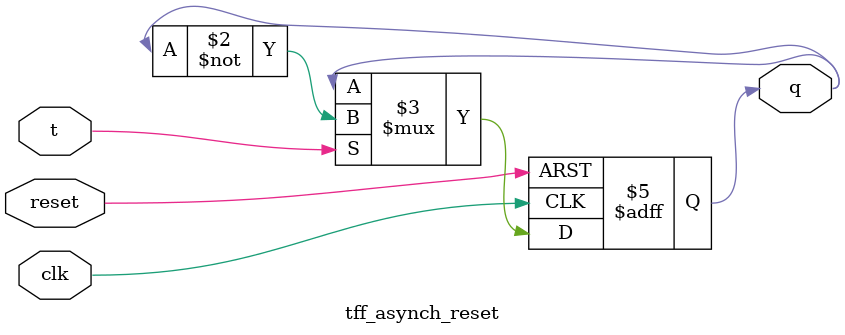
<source format=v>
module tff_asynch_reset(input clk, input reset, input t, output reg q);
    always @(posedge clk or posedge reset) begin
        if (reset)
            q <= 1'b0;
        else if (t)
            q <= ~q;
    end
endmodule
</source>
